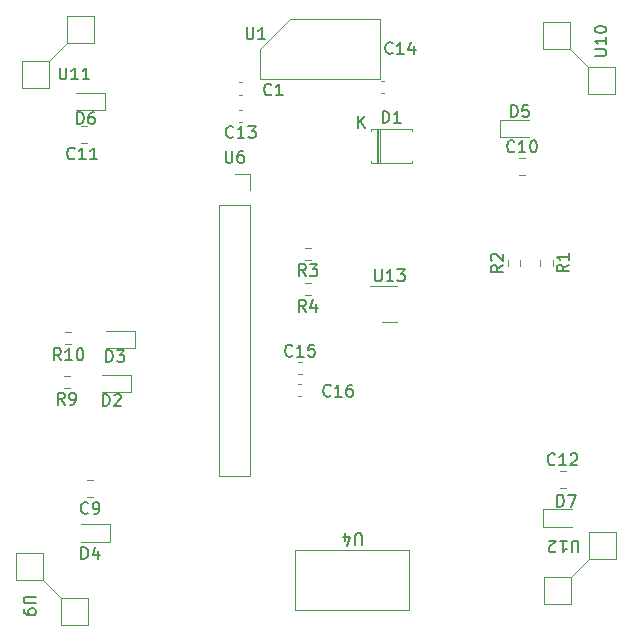
<source format=gbr>
%TF.GenerationSoftware,KiCad,Pcbnew,(6.0.7)*%
%TF.CreationDate,2022-10-25T16:16:00+09:00*%
%TF.ProjectId,quad_jsb,71756164-5f6a-4736-922e-6b696361645f,rev?*%
%TF.SameCoordinates,Original*%
%TF.FileFunction,Legend,Top*%
%TF.FilePolarity,Positive*%
%FSLAX46Y46*%
G04 Gerber Fmt 4.6, Leading zero omitted, Abs format (unit mm)*
G04 Created by KiCad (PCBNEW (6.0.7)) date 2022-10-25 16:16:00*
%MOMM*%
%LPD*%
G01*
G04 APERTURE LIST*
%ADD10C,0.150000*%
%ADD11C,0.120000*%
G04 APERTURE END LIST*
D10*
%TO.C,C10*%
X43907142Y41822857D02*
X43859523Y41775238D01*
X43716666Y41727619D01*
X43621428Y41727619D01*
X43478571Y41775238D01*
X43383333Y41870476D01*
X43335714Y41965714D01*
X43288095Y42156190D01*
X43288095Y42299047D01*
X43335714Y42489523D01*
X43383333Y42584761D01*
X43478571Y42680000D01*
X43621428Y42727619D01*
X43716666Y42727619D01*
X43859523Y42680000D01*
X43907142Y42632380D01*
X44859523Y41727619D02*
X44288095Y41727619D01*
X44573809Y41727619D02*
X44573809Y42727619D01*
X44478571Y42584761D01*
X44383333Y42489523D01*
X44288095Y42441904D01*
X45478571Y42727619D02*
X45573809Y42727619D01*
X45669047Y42680000D01*
X45716666Y42632380D01*
X45764285Y42537142D01*
X45811904Y42346666D01*
X45811904Y42108571D01*
X45764285Y41918095D01*
X45716666Y41822857D01*
X45669047Y41775238D01*
X45573809Y41727619D01*
X45478571Y41727619D01*
X45383333Y41775238D01*
X45335714Y41822857D01*
X45288095Y41918095D01*
X45240476Y42108571D01*
X45240476Y42346666D01*
X45288095Y42537142D01*
X45335714Y42632380D01*
X45383333Y42680000D01*
X45478571Y42727619D01*
%TO.C,C12*%
X47357142Y15322857D02*
X47309523Y15275238D01*
X47166666Y15227619D01*
X47071428Y15227619D01*
X46928571Y15275238D01*
X46833333Y15370476D01*
X46785714Y15465714D01*
X46738095Y15656190D01*
X46738095Y15799047D01*
X46785714Y15989523D01*
X46833333Y16084761D01*
X46928571Y16180000D01*
X47071428Y16227619D01*
X47166666Y16227619D01*
X47309523Y16180000D01*
X47357142Y16132380D01*
X48309523Y15227619D02*
X47738095Y15227619D01*
X48023809Y15227619D02*
X48023809Y16227619D01*
X47928571Y16084761D01*
X47833333Y15989523D01*
X47738095Y15941904D01*
X48690476Y16132380D02*
X48738095Y16180000D01*
X48833333Y16227619D01*
X49071428Y16227619D01*
X49166666Y16180000D01*
X49214285Y16132380D01*
X49261904Y16037142D01*
X49261904Y15941904D01*
X49214285Y15799047D01*
X48642857Y15227619D01*
X49261904Y15227619D01*
%TO.C,U11*%
X5408904Y48892619D02*
X5408904Y48083095D01*
X5456523Y47987857D01*
X5504142Y47940238D01*
X5599380Y47892619D01*
X5789857Y47892619D01*
X5885095Y47940238D01*
X5932714Y47987857D01*
X5980333Y48083095D01*
X5980333Y48892619D01*
X6980333Y47892619D02*
X6408904Y47892619D01*
X6694619Y47892619D02*
X6694619Y48892619D01*
X6599380Y48749761D01*
X6504142Y48654523D01*
X6408904Y48606904D01*
X7932714Y47892619D02*
X7361285Y47892619D01*
X7647000Y47892619D02*
X7647000Y48892619D01*
X7551761Y48749761D01*
X7456523Y48654523D01*
X7361285Y48606904D01*
%TO.C,D5*%
X43636904Y44727619D02*
X43636904Y45727619D01*
X43875000Y45727619D01*
X44017857Y45680000D01*
X44113095Y45584761D01*
X44160714Y45489523D01*
X44208333Y45299047D01*
X44208333Y45156190D01*
X44160714Y44965714D01*
X44113095Y44870476D01*
X44017857Y44775238D01*
X43875000Y44727619D01*
X43636904Y44727619D01*
X45113095Y45727619D02*
X44636904Y45727619D01*
X44589285Y45251428D01*
X44636904Y45299047D01*
X44732142Y45346666D01*
X44970238Y45346666D01*
X45065476Y45299047D01*
X45113095Y45251428D01*
X45160714Y45156190D01*
X45160714Y44918095D01*
X45113095Y44822857D01*
X45065476Y44775238D01*
X44970238Y44727619D01*
X44732142Y44727619D01*
X44636904Y44775238D01*
X44589285Y44822857D01*
%TO.C,D4*%
X7261904Y7297619D02*
X7261904Y8297619D01*
X7500000Y8297619D01*
X7642857Y8250000D01*
X7738095Y8154761D01*
X7785714Y8059523D01*
X7833333Y7869047D01*
X7833333Y7726190D01*
X7785714Y7535714D01*
X7738095Y7440476D01*
X7642857Y7345238D01*
X7500000Y7297619D01*
X7261904Y7297619D01*
X8690476Y7964285D02*
X8690476Y7297619D01*
X8452380Y8345238D02*
X8214285Y7630952D01*
X8833333Y7630952D01*
%TO.C,U1*%
X21238095Y52297619D02*
X21238095Y51488095D01*
X21285714Y51392857D01*
X21333333Y51345238D01*
X21428571Y51297619D01*
X21619047Y51297619D01*
X21714285Y51345238D01*
X21761904Y51392857D01*
X21809523Y51488095D01*
X21809523Y52297619D01*
X22809523Y51297619D02*
X22238095Y51297619D01*
X22523809Y51297619D02*
X22523809Y52297619D01*
X22428571Y52154761D01*
X22333333Y52059523D01*
X22238095Y52011904D01*
%TO.C,U4*%
X31011904Y8452380D02*
X31011904Y9261904D01*
X30964285Y9357142D01*
X30916666Y9404761D01*
X30821428Y9452380D01*
X30630952Y9452380D01*
X30535714Y9404761D01*
X30488095Y9357142D01*
X30440476Y9261904D01*
X30440476Y8452380D01*
X29535714Y8785714D02*
X29535714Y9452380D01*
X29773809Y8404761D02*
X30011904Y9119047D01*
X29392857Y9119047D01*
%TO.C,U12*%
X49341095Y7857380D02*
X49341095Y8666904D01*
X49293476Y8762142D01*
X49245857Y8809761D01*
X49150619Y8857380D01*
X48960142Y8857380D01*
X48864904Y8809761D01*
X48817285Y8762142D01*
X48769666Y8666904D01*
X48769666Y7857380D01*
X47769666Y8857380D02*
X48341095Y8857380D01*
X48055380Y8857380D02*
X48055380Y7857380D01*
X48150619Y8000238D01*
X48245857Y8095476D01*
X48341095Y8143095D01*
X47388714Y7952619D02*
X47341095Y7905000D01*
X47245857Y7857380D01*
X47007761Y7857380D01*
X46912523Y7905000D01*
X46864904Y7952619D01*
X46817285Y8047857D01*
X46817285Y8143095D01*
X46864904Y8285952D01*
X47436333Y8857380D01*
X46817285Y8857380D01*
%TO.C,U13*%
X32111904Y31822619D02*
X32111904Y31013095D01*
X32159523Y30917857D01*
X32207142Y30870238D01*
X32302380Y30822619D01*
X32492857Y30822619D01*
X32588095Y30870238D01*
X32635714Y30917857D01*
X32683333Y31013095D01*
X32683333Y31822619D01*
X33683333Y30822619D02*
X33111904Y30822619D01*
X33397619Y30822619D02*
X33397619Y31822619D01*
X33302380Y31679761D01*
X33207142Y31584523D01*
X33111904Y31536904D01*
X34016666Y31822619D02*
X34635714Y31822619D01*
X34302380Y31441666D01*
X34445238Y31441666D01*
X34540476Y31394047D01*
X34588095Y31346428D01*
X34635714Y31251190D01*
X34635714Y31013095D01*
X34588095Y30917857D01*
X34540476Y30870238D01*
X34445238Y30822619D01*
X34159523Y30822619D01*
X34064285Y30870238D01*
X34016666Y30917857D01*
%TO.C,C13*%
X20107142Y43037857D02*
X20059523Y42990238D01*
X19916666Y42942619D01*
X19821428Y42942619D01*
X19678571Y42990238D01*
X19583333Y43085476D01*
X19535714Y43180714D01*
X19488095Y43371190D01*
X19488095Y43514047D01*
X19535714Y43704523D01*
X19583333Y43799761D01*
X19678571Y43895000D01*
X19821428Y43942619D01*
X19916666Y43942619D01*
X20059523Y43895000D01*
X20107142Y43847380D01*
X21059523Y42942619D02*
X20488095Y42942619D01*
X20773809Y42942619D02*
X20773809Y43942619D01*
X20678571Y43799761D01*
X20583333Y43704523D01*
X20488095Y43656904D01*
X21392857Y43942619D02*
X22011904Y43942619D01*
X21678571Y43561666D01*
X21821428Y43561666D01*
X21916666Y43514047D01*
X21964285Y43466428D01*
X22011904Y43371190D01*
X22011904Y43133095D01*
X21964285Y43037857D01*
X21916666Y42990238D01*
X21821428Y42942619D01*
X21535714Y42942619D01*
X21440476Y42990238D01*
X21392857Y43037857D01*
%TO.C,U9*%
X3392619Y4114904D02*
X2583095Y4114904D01*
X2487857Y4067285D01*
X2440238Y4019666D01*
X2392619Y3924428D01*
X2392619Y3733952D01*
X2440238Y3638714D01*
X2487857Y3591095D01*
X2583095Y3543476D01*
X3392619Y3543476D01*
X2392619Y3019666D02*
X2392619Y2829190D01*
X2440238Y2733952D01*
X2487857Y2686333D01*
X2630714Y2591095D01*
X2821190Y2543476D01*
X3202142Y2543476D01*
X3297380Y2591095D01*
X3345000Y2638714D01*
X3392619Y2733952D01*
X3392619Y2924428D01*
X3345000Y3019666D01*
X3297380Y3067285D01*
X3202142Y3114904D01*
X2964047Y3114904D01*
X2868809Y3067285D01*
X2821190Y3019666D01*
X2773571Y2924428D01*
X2773571Y2733952D01*
X2821190Y2638714D01*
X2868809Y2591095D01*
X2964047Y2543476D01*
%TO.C,C11*%
X6676016Y41223331D02*
X6628397Y41175712D01*
X6485540Y41128093D01*
X6390302Y41128093D01*
X6247445Y41175712D01*
X6152207Y41270950D01*
X6104588Y41366188D01*
X6056969Y41556664D01*
X6056969Y41699521D01*
X6104588Y41889997D01*
X6152207Y41985235D01*
X6247445Y42080474D01*
X6390302Y42128093D01*
X6485540Y42128093D01*
X6628397Y42080474D01*
X6676016Y42032854D01*
X7628397Y41128093D02*
X7056969Y41128093D01*
X7342683Y41128093D02*
X7342683Y42128093D01*
X7247445Y41985235D01*
X7152207Y41889997D01*
X7056969Y41842378D01*
X8580778Y41128093D02*
X8009350Y41128093D01*
X8295064Y41128093D02*
X8295064Y42128093D01*
X8199826Y41985235D01*
X8104588Y41889997D01*
X8009350Y41842378D01*
%TO.C,R4*%
X26270833Y28242619D02*
X25937500Y28718809D01*
X25699404Y28242619D02*
X25699404Y29242619D01*
X26080357Y29242619D01*
X26175595Y29195000D01*
X26223214Y29147380D01*
X26270833Y29052142D01*
X26270833Y28909285D01*
X26223214Y28814047D01*
X26175595Y28766428D01*
X26080357Y28718809D01*
X25699404Y28718809D01*
X27127976Y28909285D02*
X27127976Y28242619D01*
X26889880Y29290238D02*
X26651785Y28575952D01*
X27270833Y28575952D01*
%TO.C,D7*%
X47549404Y11727619D02*
X47549404Y12727619D01*
X47787500Y12727619D01*
X47930357Y12680000D01*
X48025595Y12584761D01*
X48073214Y12489523D01*
X48120833Y12299047D01*
X48120833Y12156190D01*
X48073214Y11965714D01*
X48025595Y11870476D01*
X47930357Y11775238D01*
X47787500Y11727619D01*
X47549404Y11727619D01*
X48454166Y12727619D02*
X49120833Y12727619D01*
X48692261Y11727619D01*
%TO.C,D3*%
X9361904Y23967619D02*
X9361904Y24967619D01*
X9600000Y24967619D01*
X9742857Y24920000D01*
X9838095Y24824761D01*
X9885714Y24729523D01*
X9933333Y24539047D01*
X9933333Y24396190D01*
X9885714Y24205714D01*
X9838095Y24110476D01*
X9742857Y24015238D01*
X9600000Y23967619D01*
X9361904Y23967619D01*
X10266666Y24967619D02*
X10885714Y24967619D01*
X10552380Y24586666D01*
X10695238Y24586666D01*
X10790476Y24539047D01*
X10838095Y24491428D01*
X10885714Y24396190D01*
X10885714Y24158095D01*
X10838095Y24062857D01*
X10790476Y24015238D01*
X10695238Y23967619D01*
X10409523Y23967619D01*
X10314285Y24015238D01*
X10266666Y24062857D01*
%TO.C,D2*%
X9086904Y20242619D02*
X9086904Y21242619D01*
X9325000Y21242619D01*
X9467857Y21195000D01*
X9563095Y21099761D01*
X9610714Y21004523D01*
X9658333Y20814047D01*
X9658333Y20671190D01*
X9610714Y20480714D01*
X9563095Y20385476D01*
X9467857Y20290238D01*
X9325000Y20242619D01*
X9086904Y20242619D01*
X10039285Y21147380D02*
X10086904Y21195000D01*
X10182142Y21242619D01*
X10420238Y21242619D01*
X10515476Y21195000D01*
X10563095Y21147380D01*
X10610714Y21052142D01*
X10610714Y20956904D01*
X10563095Y20814047D01*
X9991666Y20242619D01*
X10610714Y20242619D01*
%TO.C,D1*%
X32761904Y44217619D02*
X32761904Y45217619D01*
X33000000Y45217619D01*
X33142857Y45170000D01*
X33238095Y45074761D01*
X33285714Y44979523D01*
X33333333Y44789047D01*
X33333333Y44646190D01*
X33285714Y44455714D01*
X33238095Y44360476D01*
X33142857Y44265238D01*
X33000000Y44217619D01*
X32761904Y44217619D01*
X34285714Y44217619D02*
X33714285Y44217619D01*
X34000000Y44217619D02*
X34000000Y45217619D01*
X33904761Y45074761D01*
X33809523Y44979523D01*
X33714285Y44931904D01*
X30698095Y43797619D02*
X30698095Y44797619D01*
X31269523Y43797619D02*
X30840952Y44369047D01*
X31269523Y44797619D02*
X30698095Y44226190D01*
%TO.C,C14*%
X33607142Y50142857D02*
X33559523Y50095238D01*
X33416666Y50047619D01*
X33321428Y50047619D01*
X33178571Y50095238D01*
X33083333Y50190476D01*
X33035714Y50285714D01*
X32988095Y50476190D01*
X32988095Y50619047D01*
X33035714Y50809523D01*
X33083333Y50904761D01*
X33178571Y51000000D01*
X33321428Y51047619D01*
X33416666Y51047619D01*
X33559523Y51000000D01*
X33607142Y50952380D01*
X34559523Y50047619D02*
X33988095Y50047619D01*
X34273809Y50047619D02*
X34273809Y51047619D01*
X34178571Y50904761D01*
X34083333Y50809523D01*
X33988095Y50761904D01*
X35416666Y50714285D02*
X35416666Y50047619D01*
X35178571Y51095238D02*
X34940476Y50380952D01*
X35559523Y50380952D01*
%TO.C,U6*%
X19463095Y41842619D02*
X19463095Y41033095D01*
X19510714Y40937857D01*
X19558333Y40890238D01*
X19653571Y40842619D01*
X19844047Y40842619D01*
X19939285Y40890238D01*
X19986904Y40937857D01*
X20034523Y41033095D01*
X20034523Y41842619D01*
X20939285Y41842619D02*
X20748809Y41842619D01*
X20653571Y41795000D01*
X20605952Y41747380D01*
X20510714Y41604523D01*
X20463095Y41414047D01*
X20463095Y41033095D01*
X20510714Y40937857D01*
X20558333Y40890238D01*
X20653571Y40842619D01*
X20844047Y40842619D01*
X20939285Y40890238D01*
X20986904Y40937857D01*
X21034523Y41033095D01*
X21034523Y41271190D01*
X20986904Y41366428D01*
X20939285Y41414047D01*
X20844047Y41461666D01*
X20653571Y41461666D01*
X20558333Y41414047D01*
X20510714Y41366428D01*
X20463095Y41271190D01*
%TO.C,R10*%
X5519642Y24117619D02*
X5186309Y24593809D01*
X4948214Y24117619D02*
X4948214Y25117619D01*
X5329166Y25117619D01*
X5424404Y25070000D01*
X5472023Y25022380D01*
X5519642Y24927142D01*
X5519642Y24784285D01*
X5472023Y24689047D01*
X5424404Y24641428D01*
X5329166Y24593809D01*
X4948214Y24593809D01*
X6472023Y24117619D02*
X5900595Y24117619D01*
X6186309Y24117619D02*
X6186309Y25117619D01*
X6091071Y24974761D01*
X5995833Y24879523D01*
X5900595Y24831904D01*
X7091071Y25117619D02*
X7186309Y25117619D01*
X7281547Y25070000D01*
X7329166Y25022380D01*
X7376785Y24927142D01*
X7424404Y24736666D01*
X7424404Y24498571D01*
X7376785Y24308095D01*
X7329166Y24212857D01*
X7281547Y24165238D01*
X7186309Y24117619D01*
X7091071Y24117619D01*
X6995833Y24165238D01*
X6948214Y24212857D01*
X6900595Y24308095D01*
X6852976Y24498571D01*
X6852976Y24736666D01*
X6900595Y24927142D01*
X6948214Y25022380D01*
X6995833Y25070000D01*
X7091071Y25117619D01*
%TO.C,R2*%
X42922380Y32170833D02*
X42446190Y31837500D01*
X42922380Y31599404D02*
X41922380Y31599404D01*
X41922380Y31980357D01*
X41970000Y32075595D01*
X42017619Y32123214D01*
X42112857Y32170833D01*
X42255714Y32170833D01*
X42350952Y32123214D01*
X42398571Y32075595D01*
X42446190Y31980357D01*
X42446190Y31599404D01*
X42017619Y32551785D02*
X41970000Y32599404D01*
X41922380Y32694642D01*
X41922380Y32932738D01*
X41970000Y33027976D01*
X42017619Y33075595D01*
X42112857Y33123214D01*
X42208095Y33123214D01*
X42350952Y33075595D01*
X42922380Y32504166D01*
X42922380Y33123214D01*
%TO.C,R3*%
X26270833Y31242619D02*
X25937500Y31718809D01*
X25699404Y31242619D02*
X25699404Y32242619D01*
X26080357Y32242619D01*
X26175595Y32195000D01*
X26223214Y32147380D01*
X26270833Y32052142D01*
X26270833Y31909285D01*
X26223214Y31814047D01*
X26175595Y31766428D01*
X26080357Y31718809D01*
X25699404Y31718809D01*
X26604166Y32242619D02*
X27223214Y32242619D01*
X26889880Y31861666D01*
X27032738Y31861666D01*
X27127976Y31814047D01*
X27175595Y31766428D01*
X27223214Y31671190D01*
X27223214Y31433095D01*
X27175595Y31337857D01*
X27127976Y31290238D01*
X27032738Y31242619D01*
X26747023Y31242619D01*
X26651785Y31290238D01*
X26604166Y31337857D01*
%TO.C,D6*%
X6886904Y44117619D02*
X6886904Y45117619D01*
X7125000Y45117619D01*
X7267857Y45070000D01*
X7363095Y44974761D01*
X7410714Y44879523D01*
X7458333Y44689047D01*
X7458333Y44546190D01*
X7410714Y44355714D01*
X7363095Y44260476D01*
X7267857Y44165238D01*
X7125000Y44117619D01*
X6886904Y44117619D01*
X8315476Y45117619D02*
X8125000Y45117619D01*
X8029761Y45070000D01*
X7982142Y45022380D01*
X7886904Y44879523D01*
X7839285Y44689047D01*
X7839285Y44308095D01*
X7886904Y44212857D01*
X7934523Y44165238D01*
X8029761Y44117619D01*
X8220238Y44117619D01*
X8315476Y44165238D01*
X8363095Y44212857D01*
X8410714Y44308095D01*
X8410714Y44546190D01*
X8363095Y44641428D01*
X8315476Y44689047D01*
X8220238Y44736666D01*
X8029761Y44736666D01*
X7934523Y44689047D01*
X7886904Y44641428D01*
X7839285Y44546190D01*
%TO.C,C15*%
X25119642Y24522857D02*
X25072023Y24475238D01*
X24929166Y24427619D01*
X24833928Y24427619D01*
X24691071Y24475238D01*
X24595833Y24570476D01*
X24548214Y24665714D01*
X24500595Y24856190D01*
X24500595Y24999047D01*
X24548214Y25189523D01*
X24595833Y25284761D01*
X24691071Y25380000D01*
X24833928Y25427619D01*
X24929166Y25427619D01*
X25072023Y25380000D01*
X25119642Y25332380D01*
X26072023Y24427619D02*
X25500595Y24427619D01*
X25786309Y24427619D02*
X25786309Y25427619D01*
X25691071Y25284761D01*
X25595833Y25189523D01*
X25500595Y25141904D01*
X26976785Y25427619D02*
X26500595Y25427619D01*
X26452976Y24951428D01*
X26500595Y24999047D01*
X26595833Y25046666D01*
X26833928Y25046666D01*
X26929166Y24999047D01*
X26976785Y24951428D01*
X27024404Y24856190D01*
X27024404Y24618095D01*
X26976785Y24522857D01*
X26929166Y24475238D01*
X26833928Y24427619D01*
X26595833Y24427619D01*
X26500595Y24475238D01*
X26452976Y24522857D01*
%TO.C,U10*%
X50707380Y49883904D02*
X51516904Y49883904D01*
X51612142Y49931523D01*
X51659761Y49979142D01*
X51707380Y50074380D01*
X51707380Y50264857D01*
X51659761Y50360095D01*
X51612142Y50407714D01*
X51516904Y50455333D01*
X50707380Y50455333D01*
X51707380Y51455333D02*
X51707380Y50883904D01*
X51707380Y51169619D02*
X50707380Y51169619D01*
X50850238Y51074380D01*
X50945476Y50979142D01*
X50993095Y50883904D01*
X50707380Y52074380D02*
X50707380Y52169619D01*
X50755000Y52264857D01*
X50802619Y52312476D01*
X50897857Y52360095D01*
X51088333Y52407714D01*
X51326428Y52407714D01*
X51516904Y52360095D01*
X51612142Y52312476D01*
X51659761Y52264857D01*
X51707380Y52169619D01*
X51707380Y52074380D01*
X51659761Y51979142D01*
X51612142Y51931523D01*
X51516904Y51883904D01*
X51326428Y51836285D01*
X51088333Y51836285D01*
X50897857Y51883904D01*
X50802619Y51931523D01*
X50755000Y51979142D01*
X50707380Y52074380D01*
%TO.C,C9*%
X7833333Y11212857D02*
X7785714Y11165238D01*
X7642857Y11117619D01*
X7547619Y11117619D01*
X7404761Y11165238D01*
X7309523Y11260476D01*
X7261904Y11355714D01*
X7214285Y11546190D01*
X7214285Y11689047D01*
X7261904Y11879523D01*
X7309523Y11974761D01*
X7404761Y12070000D01*
X7547619Y12117619D01*
X7642857Y12117619D01*
X7785714Y12070000D01*
X7833333Y12022380D01*
X8309523Y11117619D02*
X8500000Y11117619D01*
X8595238Y11165238D01*
X8642857Y11212857D01*
X8738095Y11355714D01*
X8785714Y11546190D01*
X8785714Y11927142D01*
X8738095Y12022380D01*
X8690476Y12070000D01*
X8595238Y12117619D01*
X8404761Y12117619D01*
X8309523Y12070000D01*
X8261904Y12022380D01*
X8214285Y11927142D01*
X8214285Y11689047D01*
X8261904Y11593809D01*
X8309523Y11546190D01*
X8404761Y11498571D01*
X8595238Y11498571D01*
X8690476Y11546190D01*
X8738095Y11593809D01*
X8785714Y11689047D01*
%TO.C,C1*%
X23333333Y46642857D02*
X23285714Y46595238D01*
X23142857Y46547619D01*
X23047619Y46547619D01*
X22904761Y46595238D01*
X22809523Y46690476D01*
X22761904Y46785714D01*
X22714285Y46976190D01*
X22714285Y47119047D01*
X22761904Y47309523D01*
X22809523Y47404761D01*
X22904761Y47500000D01*
X23047619Y47547619D01*
X23142857Y47547619D01*
X23285714Y47500000D01*
X23333333Y47452380D01*
X24285714Y46547619D02*
X23714285Y46547619D01*
X24000000Y46547619D02*
X24000000Y47547619D01*
X23904761Y47404761D01*
X23809523Y47309523D01*
X23714285Y47261904D01*
%TO.C,C16*%
X28357142Y21142857D02*
X28309523Y21095238D01*
X28166666Y21047619D01*
X28071428Y21047619D01*
X27928571Y21095238D01*
X27833333Y21190476D01*
X27785714Y21285714D01*
X27738095Y21476190D01*
X27738095Y21619047D01*
X27785714Y21809523D01*
X27833333Y21904761D01*
X27928571Y22000000D01*
X28071428Y22047619D01*
X28166666Y22047619D01*
X28309523Y22000000D01*
X28357142Y21952380D01*
X29309523Y21047619D02*
X28738095Y21047619D01*
X29023809Y21047619D02*
X29023809Y22047619D01*
X28928571Y21904761D01*
X28833333Y21809523D01*
X28738095Y21761904D01*
X30166666Y22047619D02*
X29976190Y22047619D01*
X29880952Y22000000D01*
X29833333Y21952380D01*
X29738095Y21809523D01*
X29690476Y21619047D01*
X29690476Y21238095D01*
X29738095Y21142857D01*
X29785714Y21095238D01*
X29880952Y21047619D01*
X30071428Y21047619D01*
X30166666Y21095238D01*
X30214285Y21142857D01*
X30261904Y21238095D01*
X30261904Y21476190D01*
X30214285Y21571428D01*
X30166666Y21619047D01*
X30071428Y21666666D01*
X29880952Y21666666D01*
X29785714Y21619047D01*
X29738095Y21571428D01*
X29690476Y21476190D01*
%TO.C,R1*%
X48507380Y32220833D02*
X48031190Y31887500D01*
X48507380Y31649404D02*
X47507380Y31649404D01*
X47507380Y32030357D01*
X47555000Y32125595D01*
X47602619Y32173214D01*
X47697857Y32220833D01*
X47840714Y32220833D01*
X47935952Y32173214D01*
X47983571Y32125595D01*
X48031190Y32030357D01*
X48031190Y31649404D01*
X48507380Y33173214D02*
X48507380Y32601785D01*
X48507380Y32887500D02*
X47507380Y32887500D01*
X47650238Y32792261D01*
X47745476Y32697023D01*
X47793095Y32601785D01*
%TO.C,R9*%
X5833333Y20367619D02*
X5500000Y20843809D01*
X5261904Y20367619D02*
X5261904Y21367619D01*
X5642857Y21367619D01*
X5738095Y21320000D01*
X5785714Y21272380D01*
X5833333Y21177142D01*
X5833333Y21034285D01*
X5785714Y20939047D01*
X5738095Y20891428D01*
X5642857Y20843809D01*
X5261904Y20843809D01*
X6309523Y20367619D02*
X6500000Y20367619D01*
X6595238Y20415238D01*
X6642857Y20462857D01*
X6738095Y20605714D01*
X6785714Y20796190D01*
X6785714Y21177142D01*
X6738095Y21272380D01*
X6690476Y21320000D01*
X6595238Y21367619D01*
X6404761Y21367619D01*
X6309523Y21320000D01*
X6261904Y21272380D01*
X6214285Y21177142D01*
X6214285Y20939047D01*
X6261904Y20843809D01*
X6309523Y20796190D01*
X6404761Y20748571D01*
X6595238Y20748571D01*
X6690476Y20796190D01*
X6738095Y20843809D01*
X6785714Y20939047D01*
D11*
%TO.C,C10*%
X44288748Y41235000D02*
X44811252Y41235000D01*
X44288748Y39765000D02*
X44811252Y39765000D01*
%TO.C,C12*%
X47738748Y13265000D02*
X48261252Y13265000D01*
X47738748Y14735000D02*
X48261252Y14735000D01*
%TO.C,U11*%
X8298000Y53298000D02*
X8298000Y51012000D01*
X4488000Y49488000D02*
X6012000Y51012000D01*
X6012000Y53298000D02*
X8298000Y53298000D01*
X8298000Y51012000D02*
X6012000Y51012000D01*
X6012000Y51012000D02*
X6012000Y53298000D01*
X2202000Y47202000D02*
X4488000Y47202000D01*
X4488000Y47202000D02*
X4488000Y49488000D01*
X4488000Y49488000D02*
X2202000Y49488000D01*
X2202000Y49488000D02*
X2202000Y47202000D01*
%TO.C,D5*%
X42715000Y43015000D02*
X45175000Y43015000D01*
X42715000Y44485000D02*
X42715000Y43015000D01*
X45175000Y44485000D02*
X42715000Y44485000D01*
%TO.C,D4*%
X7200000Y8765000D02*
X9660000Y8765000D01*
X9660000Y10235000D02*
X7200000Y10235000D01*
X9660000Y8765000D02*
X9660000Y10235000D01*
%TO.C,U1*%
X32580000Y47960000D02*
X22420000Y47960000D01*
X22420000Y50500000D02*
X24960000Y53040000D01*
X24960000Y53040000D02*
X30040000Y53040000D01*
X30040000Y53040000D02*
X32580000Y53040000D01*
X32580000Y53040000D02*
X32580000Y47960000D01*
X22420000Y47960000D02*
X22420000Y50500000D01*
%TO.C,U4*%
X35020000Y2940000D02*
X25368000Y2940000D01*
X25368000Y2940000D02*
X25368000Y8020000D01*
X25368000Y8020000D02*
X35020000Y8020000D01*
X35020000Y8020000D02*
X35020000Y2940000D01*
%TO.C,U12*%
X48738000Y3452000D02*
X46452000Y3452000D01*
X46452000Y3452000D02*
X46452000Y5738000D01*
X48738000Y5738000D02*
X48738000Y3452000D01*
X46452000Y5738000D02*
X48738000Y5738000D01*
X50262000Y7262000D02*
X48738000Y5738000D01*
X52548000Y9548000D02*
X50262000Y9548000D01*
X50262000Y9548000D02*
X50262000Y7262000D01*
X50262000Y7262000D02*
X52548000Y7262000D01*
X52548000Y7262000D02*
X52548000Y9548000D01*
%TO.C,U13*%
X33350000Y27315000D02*
X34000000Y27315000D01*
X33350000Y30435000D02*
X34000000Y30435000D01*
X33350000Y27315000D02*
X32700000Y27315000D01*
X33350000Y30435000D02*
X31675000Y30435000D01*
%TO.C,C13*%
X20896267Y44315000D02*
X20603733Y44315000D01*
X20896267Y45335000D02*
X20603733Y45335000D01*
%TO.C,U9*%
X5512000Y3988000D02*
X7798000Y3988000D01*
X7798000Y1702000D02*
X5512000Y1702000D01*
X3988000Y5512000D02*
X5512000Y3988000D01*
X7798000Y3988000D02*
X7798000Y1702000D01*
X5512000Y1702000D02*
X5512000Y3988000D01*
X1702000Y7798000D02*
X3988000Y7798000D01*
X3988000Y7798000D02*
X3988000Y5512000D01*
X3988000Y5512000D02*
X1702000Y5512000D01*
X1702000Y5512000D02*
X1702000Y7798000D01*
%TO.C,C11*%
X7761252Y42515000D02*
X7238748Y42515000D01*
X7761252Y43985000D02*
X7238748Y43985000D01*
%TO.C,R4*%
X26692224Y29602500D02*
X26182776Y29602500D01*
X26692224Y30647500D02*
X26182776Y30647500D01*
%TO.C,D7*%
X46340000Y10015000D02*
X48800000Y10015000D01*
X48800000Y11485000D02*
X46340000Y11485000D01*
X46340000Y11485000D02*
X46340000Y10015000D01*
%TO.C,D3*%
X9300000Y25115000D02*
X11760000Y25115000D01*
X11760000Y25115000D02*
X11760000Y26585000D01*
X11760000Y26585000D02*
X9300000Y26585000D01*
%TO.C,D2*%
X11485000Y21390000D02*
X11485000Y22860000D01*
X11485000Y22860000D02*
X9025000Y22860000D01*
X9025000Y21390000D02*
X11485000Y21390000D01*
%TO.C,D1*%
X31780000Y43670000D02*
X35220000Y43670000D01*
X32500000Y43670000D02*
X32500000Y40830000D01*
X31780000Y40830000D02*
X35220000Y40830000D01*
X32260000Y43670000D02*
X32260000Y40830000D01*
X31780000Y43490000D02*
X31780000Y43670000D01*
X35220000Y43670000D02*
X35220000Y43490000D01*
X31780000Y41010000D02*
X31780000Y40830000D01*
X35220000Y40830000D02*
X35220000Y41010000D01*
X32380000Y43670000D02*
X32380000Y40830000D01*
%TO.C,C14*%
X32591233Y46715000D02*
X32883767Y46715000D01*
X32591233Y47735000D02*
X32883767Y47735000D01*
%TO.C,U6*%
X20225000Y39855000D02*
X21555000Y39855000D01*
X18895000Y37255000D02*
X21555000Y37255000D01*
X18895000Y14335000D02*
X21555000Y14335000D01*
X21555000Y39855000D02*
X21555000Y38525000D01*
X18895000Y37255000D02*
X18895000Y14335000D01*
X21555000Y37255000D02*
X21555000Y14335000D01*
%TO.C,R10*%
X6417224Y25477500D02*
X5907776Y25477500D01*
X6417224Y26522500D02*
X5907776Y26522500D01*
%TO.C,R2*%
X44422500Y32082776D02*
X44422500Y32592224D01*
X43377500Y32082776D02*
X43377500Y32592224D01*
%TO.C,R3*%
X26692224Y33647500D02*
X26182776Y33647500D01*
X26692224Y32602500D02*
X26182776Y32602500D01*
%TO.C,D6*%
X9285000Y45265000D02*
X9285000Y46735000D01*
X9285000Y46735000D02*
X6825000Y46735000D01*
X6825000Y45265000D02*
X9285000Y45265000D01*
%TO.C,C15*%
X25616233Y23960000D02*
X25908767Y23960000D01*
X25616233Y22940000D02*
X25908767Y22940000D01*
%TO.C,U10*%
X48588000Y52773000D02*
X48588000Y50487000D01*
X46302000Y50487000D02*
X46302000Y52773000D01*
X50112000Y48963000D02*
X48588000Y50487000D01*
X48588000Y50487000D02*
X46302000Y50487000D01*
X46302000Y52773000D02*
X48588000Y52773000D01*
X52398000Y46677000D02*
X50112000Y46677000D01*
X50112000Y46677000D02*
X50112000Y48963000D01*
X50112000Y48963000D02*
X52398000Y48963000D01*
X52398000Y48963000D02*
X52398000Y46677000D01*
%TO.C,C9*%
X8261252Y13985000D02*
X7738748Y13985000D01*
X8261252Y12515000D02*
X7738748Y12515000D01*
%TO.C,C1*%
X20896267Y46615000D02*
X20603733Y46615000D01*
X20896267Y47635000D02*
X20603733Y47635000D01*
%TO.C,C16*%
X25591233Y21090000D02*
X25883767Y21090000D01*
X25591233Y22110000D02*
X25883767Y22110000D01*
%TO.C,R1*%
X47147500Y32642224D02*
X47147500Y32132776D01*
X46102500Y32642224D02*
X46102500Y32132776D01*
%TO.C,R9*%
X6254724Y22772500D02*
X5745276Y22772500D01*
X6254724Y21727500D02*
X5745276Y21727500D01*
%TD*%
M02*

</source>
